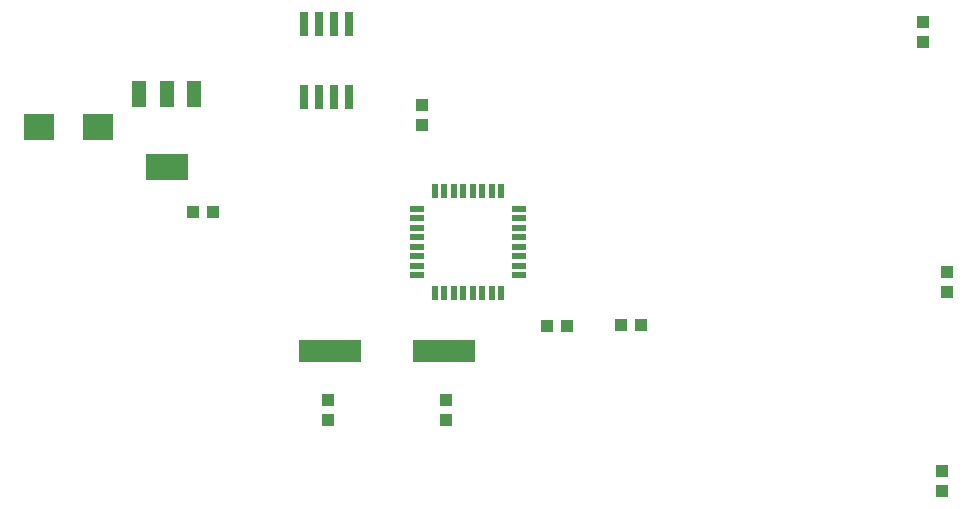
<source format=gbr>
G04 EAGLE Gerber RS-274X export*
G75*
%MOMM*%
%FSLAX34Y34*%
%LPD*%
%INSolderpaste Bottom*%
%IPPOS*%
%AMOC8*
5,1,8,0,0,1.08239X$1,22.5*%
G01*
%ADD10R,0.660400X2.032000*%
%ADD11R,1.219200X2.235200*%
%ADD12R,3.600000X2.200000*%
%ADD13R,1.000000X1.100000*%
%ADD14R,0.558800X1.270000*%
%ADD15R,1.270000X0.558800*%
%ADD16R,2.600000X2.200000*%
%ADD17R,5.334000X1.930400*%
%ADD18R,1.100000X1.000000*%


D10*
X307850Y385066D03*
X307850Y446534D03*
X295150Y385066D03*
X282450Y385066D03*
X295150Y446534D03*
X282450Y446534D03*
X269750Y385066D03*
X269750Y446534D03*
D11*
X130186Y387888D03*
X153300Y387888D03*
X176414Y387888D03*
D12*
X153300Y325910D03*
D13*
X192500Y287400D03*
X175500Y287400D03*
X475700Y191600D03*
X492700Y191600D03*
X555100Y192400D03*
X538100Y192400D03*
D14*
X436500Y219274D03*
X428500Y219274D03*
X420500Y219274D03*
X412500Y219274D03*
X404500Y219274D03*
X396500Y219274D03*
X388500Y219274D03*
X380500Y219274D03*
D15*
X365574Y234200D03*
X365574Y242200D03*
X365574Y250200D03*
X365574Y258200D03*
X365574Y266200D03*
X365574Y274200D03*
X365574Y282200D03*
X365574Y290200D03*
D14*
X380500Y305126D03*
X388500Y305126D03*
X396500Y305126D03*
X404500Y305126D03*
X412500Y305126D03*
X420500Y305126D03*
X428500Y305126D03*
X436500Y305126D03*
D15*
X451426Y290200D03*
X451426Y282200D03*
X451426Y274200D03*
X451426Y266200D03*
X451426Y258200D03*
X451426Y250200D03*
X451426Y242200D03*
X451426Y234200D03*
D13*
X370000Y361500D03*
X370000Y378500D03*
D16*
X95000Y360000D03*
X45000Y360000D03*
D17*
X291740Y170000D03*
X388260Y170000D03*
D13*
X390000Y111500D03*
X390000Y128500D03*
X290000Y111500D03*
X290000Y128500D03*
D18*
X794000Y431500D03*
X794000Y448500D03*
X814000Y236900D03*
X814000Y219900D03*
X810000Y68500D03*
X810000Y51500D03*
M02*

</source>
